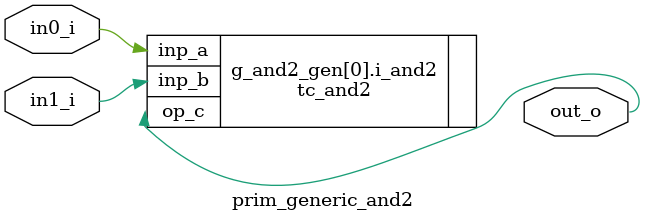
<source format=sv>

`include "prim_assert.sv"

module prim_generic_and2 #(
  parameter int Width = 1
) (
  input        [Width-1:0] in0_i,
  input        [Width-1:0] in1_i,
  output logic [Width-1:0] out_o
);

  // assign out_o = in0_i & in1_i;

  // Replacing with tech specific cell reference
  for (genvar i = 0; i < Width; i++) begin : g_and2_gen
    tc_and2 i_and2 (
      .inp_a(in0_i[i]),
      .inp_b(in1_i[i]),
      .op_c (out_o[i])
      );
  end


endmodule

</source>
